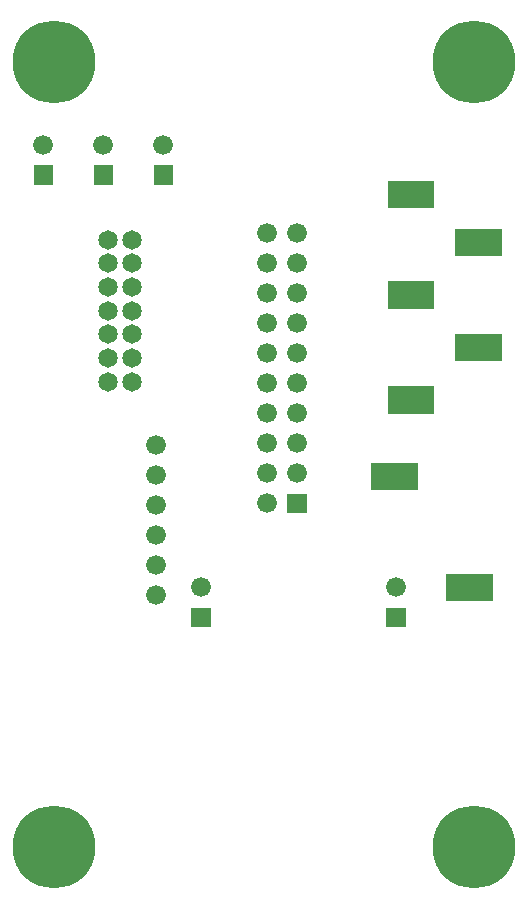
<source format=gbr>
G04 start of page 6 for group -4063 idx -4063 *
G04 Title: (unknown), componentmask *
G04 Creator: pcb 20110918 *
G04 CreationDate: Thu Aug 28 18:40:49 2014 UTC *
G04 For: fosse *
G04 Format: Gerber/RS-274X *
G04 PCB-Dimensions: 348000 372000 *
G04 PCB-Coordinate-Origin: lower left *
%MOIN*%
%FSLAX25Y25*%
%LNTOPMASK*%
%ADD46R,0.0907X0.0907*%
%ADD45C,0.0651*%
%ADD44C,0.2760*%
%ADD43C,0.0660*%
%ADD42C,0.0001*%
G54D42*G36*
X107700Y205300D02*Y198700D01*
X114300D01*
Y205300D01*
X107700D01*
G37*
G54D43*X101000Y202000D03*
X111000Y212000D03*
X101000D03*
X111000Y222000D03*
X101000D03*
X111000Y232000D03*
X101000D03*
X144000Y174000D03*
G54D44*X170000Y87500D03*
X30000Y349000D03*
G54D42*G36*
X23200Y314800D02*Y308200D01*
X29800D01*
Y314800D01*
X23200D01*
G37*
G54D43*X26500Y321500D03*
G54D44*X170000Y349000D03*
G54D42*G36*
X140700Y167300D02*Y160700D01*
X147300D01*
Y167300D01*
X140700D01*
G37*
G36*
X75700D02*Y160700D01*
X82300D01*
Y167300D01*
X75700D01*
G37*
G54D43*X79000Y174000D03*
X64000Y171500D03*
Y181500D03*
Y191500D03*
Y201500D03*
Y211500D03*
Y221500D03*
X111000Y242000D03*
Y252000D03*
Y262000D03*
Y272000D03*
Y282000D03*
Y292000D03*
X101000Y242000D03*
Y252000D03*
Y262000D03*
Y272000D03*
Y282000D03*
Y292000D03*
G54D45*X48126Y242630D03*
G54D44*X30000Y87500D03*
G54D45*X48126Y250504D03*
X56000D03*
X48126Y258378D03*
X56000D03*
Y242630D03*
X48126Y266252D03*
X56000D03*
X48126Y274126D03*
X56000D03*
X48126Y282000D03*
X56000D03*
X48126Y289874D03*
X56000D03*
G54D42*G36*
X63200Y314800D02*Y308200D01*
X69800D01*
Y314800D01*
X63200D01*
G37*
G54D43*X66500Y321500D03*
G54D42*G36*
X43200Y314800D02*Y308200D01*
X49800D01*
Y314800D01*
X43200D01*
G37*
G54D43*X46500Y321500D03*
G54D46*X165350Y174000D02*X171649D01*
X140350Y211000D02*X146649D01*
X145850Y236500D02*X152149D01*
X168350Y254000D02*X174649D01*
X145870Y271480D02*X152169D01*
X168350Y289000D02*X174649D01*
X145850Y305000D02*X152149D01*
M02*

</source>
